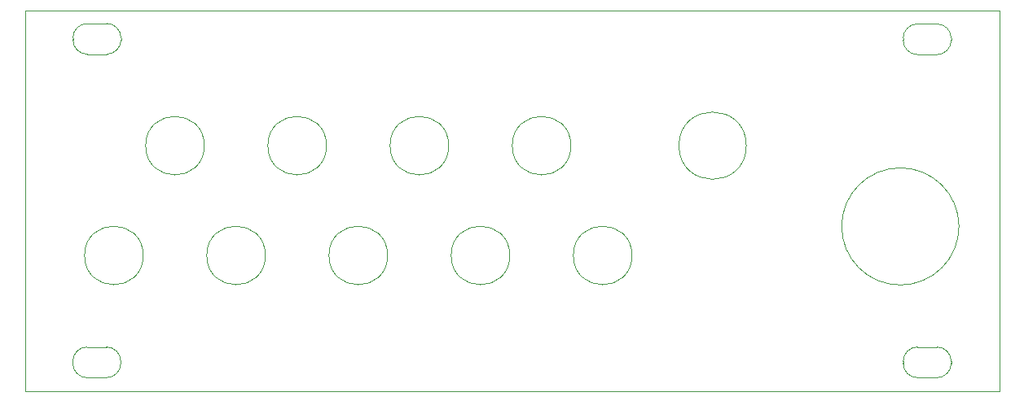
<source format=gbr>
G04 #@! TF.GenerationSoftware,KiCad,Pcbnew,8.0.2*
G04 #@! TF.CreationDate,2025-04-20T14:09:59-07:00*
G04 #@! TF.ProjectId,Exits-1U-panel,45786974-732d-4315-952d-70616e656c2e,2.1*
G04 #@! TF.SameCoordinates,Original*
G04 #@! TF.FileFunction,Profile,NP*
%FSLAX46Y46*%
G04 Gerber Fmt 4.6, Leading zero omitted, Abs format (unit mm)*
G04 Created by KiCad (PCBNEW 8.0.2) date 2025-04-20 14:09:59*
%MOMM*%
%LPD*%
G01*
G04 APERTURE LIST*
G04 #@! TA.AperFunction,Profile*
%ADD10C,0.025400*%
G04 #@! TD*
G04 #@! TA.AperFunction,Profile*
%ADD11C,0.100000*%
G04 #@! TD*
G04 APERTURE END LIST*
D10*
X142991200Y-97410600D02*
G75*
G02*
X144491200Y-95910600I1500001J-1D01*
G01*
X146491200Y-99110600D02*
X144491200Y-99110600D01*
X142991200Y-97610600D02*
X142991200Y-97410600D01*
X147991200Y-97610600D02*
G75*
G02*
X146491200Y-99110600I-1500001J1D01*
G01*
X144491200Y-95910600D02*
X146491200Y-95910600D01*
X144491200Y-99110600D02*
G75*
G02*
X142991200Y-97610600I1J1500001D01*
G01*
X146491200Y-95910600D02*
G75*
G02*
X147991200Y-97410600I-1J-1500001D01*
G01*
X147991200Y-97410600D02*
X147991200Y-97610600D01*
X56704140Y-97367540D02*
G75*
G02*
X58204140Y-95867540I1500001J-1D01*
G01*
X60204140Y-99067540D02*
X58204140Y-99067540D01*
X56704140Y-97567540D02*
X56704140Y-97367540D01*
X61704140Y-97567540D02*
G75*
G02*
X60204140Y-99067540I-1500001J1D01*
G01*
X58204140Y-95867540D02*
X60204140Y-95867540D01*
X58204140Y-99067540D02*
G75*
G02*
X56704140Y-97567540I1J1500001D01*
G01*
X60204140Y-95867540D02*
G75*
G02*
X61704140Y-97367540I-1J-1500001D01*
G01*
X61704140Y-97367540D02*
X61704140Y-97567540D01*
X56682000Y-131040200D02*
G75*
G02*
X58182000Y-129540200I1500001J-1D01*
G01*
X60182000Y-132740200D02*
X58182000Y-132740200D01*
X56682000Y-131240200D02*
X56682000Y-131040200D01*
X61682000Y-131240200D02*
G75*
G02*
X60182000Y-132740200I-1500001J1D01*
G01*
X58182000Y-129540200D02*
X60182000Y-129540200D01*
X58182000Y-132740200D02*
G75*
G02*
X56682000Y-131240200I1J1500001D01*
G01*
X60182000Y-129540200D02*
G75*
G02*
X61682000Y-131040200I-1J-1500001D01*
G01*
X61682000Y-131040200D02*
X61682000Y-131240200D01*
X146491200Y-132740200D02*
X144491200Y-132740200D01*
X142991200Y-131240200D02*
X142991200Y-131040200D01*
X144491200Y-129540200D02*
X146491200Y-129540200D01*
X147991200Y-131040200D02*
X147991200Y-131240200D01*
X144491200Y-132740200D02*
G75*
G02*
X142991200Y-131240200I0J1500000D01*
G01*
X142991200Y-131040200D02*
G75*
G02*
X144491200Y-129540200I1500000J0D01*
G01*
X147991200Y-131240200D02*
G75*
G02*
X146491200Y-132740200I-1500000J0D01*
G01*
X146491200Y-129540200D02*
G75*
G02*
X147991200Y-131040200I0J-1500000D01*
G01*
D11*
X114808000Y-120015000D02*
G75*
G02*
X108712000Y-120015000I-3048000J0D01*
G01*
X108712000Y-120015000D02*
G75*
G02*
X114808000Y-120015000I3048000J0D01*
G01*
X102108000Y-120015000D02*
G75*
G02*
X96012000Y-120015000I-3048000J0D01*
G01*
X96012000Y-120015000D02*
G75*
G02*
X102108000Y-120015000I3048000J0D01*
G01*
X89408000Y-120015000D02*
G75*
G02*
X83312000Y-120015000I-3048000J0D01*
G01*
X83312000Y-120015000D02*
G75*
G02*
X89408000Y-120015000I3048000J0D01*
G01*
X76708000Y-120015000D02*
G75*
G02*
X70612000Y-120015000I-3048000J0D01*
G01*
X70612000Y-120015000D02*
G75*
G02*
X76708000Y-120015000I3048000J0D01*
G01*
X64008000Y-120015000D02*
G75*
G02*
X57912000Y-120015000I-3048000J0D01*
G01*
X57912000Y-120015000D02*
G75*
G02*
X64008000Y-120015000I3048000J0D01*
G01*
X70358000Y-108585000D02*
G75*
G02*
X64262000Y-108585000I-3048000J0D01*
G01*
X64262000Y-108585000D02*
G75*
G02*
X70358000Y-108585000I3048000J0D01*
G01*
X83058000Y-108585000D02*
G75*
G02*
X76962000Y-108585000I-3048000J0D01*
G01*
X76962000Y-108585000D02*
G75*
G02*
X83058000Y-108585000I3048000J0D01*
G01*
X95758000Y-108585000D02*
G75*
G02*
X89662000Y-108585000I-3048000J0D01*
G01*
X89662000Y-108585000D02*
G75*
G02*
X95758000Y-108585000I3048000J0D01*
G01*
X126690120Y-108585000D02*
G75*
G02*
X119689880Y-108585000I-3500120J0D01*
G01*
X119689880Y-108585000D02*
G75*
G02*
X126690120Y-108585000I3500120J0D01*
G01*
X148793200Y-116992400D02*
G75*
G02*
X136601200Y-116992400I-6096000J0D01*
G01*
X136601200Y-116992400D02*
G75*
G02*
X148793200Y-116992400I6096000J0D01*
G01*
X108458000Y-108585000D02*
G75*
G02*
X102362000Y-108585000I-3048000J0D01*
G01*
X102362000Y-108585000D02*
G75*
G02*
X108458000Y-108585000I3048000J0D01*
G01*
X153009600Y-134121864D02*
X51709501Y-134121864D01*
X51709501Y-94488000D01*
X153009600Y-94488000D01*
X153009600Y-134121864D01*
M02*

</source>
